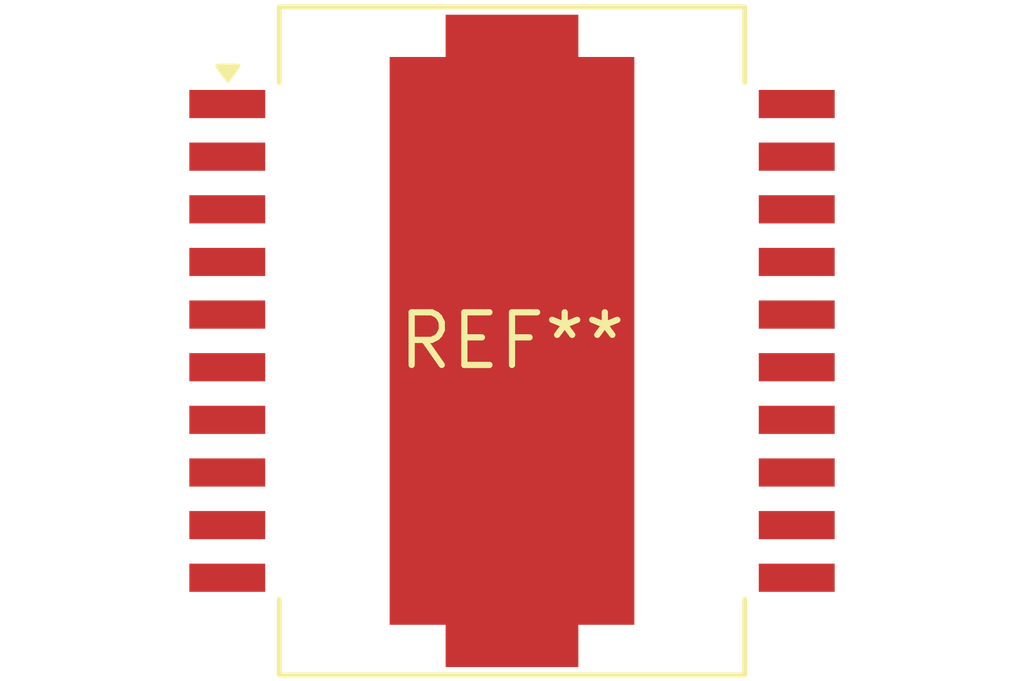
<source format=kicad_pcb>
(kicad_pcb (version 20240108) (generator pcbnew)
  (layers (0 "F.Cu" signal) (31 "B.Cu" signal) (34 "B.Paste" user) (35 "F.Paste" user) (36 "B.SilkS" user "B.Silkscreen") (37 "F.SilkS" user "F.Silkscreen") (38 "B.Mask" user) (39 "F.Mask" user) (44 "Edge.Cuts" user))
  (net 0 "")
  (footprint "Infineon_PG-DSO-20-85" (layer "F.Cu") (at 0 0)
    (property "Reference" "REF**")
    (property "Value" "Infineon_PG-DSO-20-85")
    (fp_line (start -5.61 -8.06) (end 5.61 -8.06) (layer "F.SilkS") (stroke (width 0.12)))
    (fp_line (start -5.61 -6.235) (end -5.61 -8.06) (layer "F.SilkS") (stroke (width 0.12)))
    (fp_line (start -5.61 6.235) (end -5.61 8.06) (layer "F.SilkS") (stroke (width 0.12)))
    (fp_line (start 5.61 -6.235) (end 5.61 -8.06) (layer "F.SilkS") (stroke (width 0.12)))
    (fp_line (start 5.61 6.235) (end 5.61 8.06) (layer "F.SilkS") (stroke (width 0.12)))
    (fp_line (start 5.61 8.06) (end -5.61 8.06) (layer "F.SilkS") (stroke (width 0.12)))
    (fp_poly (pts (xy -6.85 -6.3) (xy -7.09 -6.63) (xy -6.61 -6.63) (xy -6.85 -6.3)) (layer "F.SilkS") (stroke (width 0.12)) (fill solid))
    (pad "1" smd rect (at -6.865 -5.715) (size 1.83 0.68) (layers "F.Cu" "F.Paste" "F.Mask"))
    (pad "2" smd rect (at -6.865 -4.445) (size 1.83 0.68) (layers "F.Cu" "F.Paste" "F.Mask"))
    (pad "3" smd rect (at -6.865 -3.175) (size 1.83 0.68) (layers "F.Cu" "F.Paste" "F.Mask"))
    (pad "4" smd rect (at -6.865 -1.905) (size 1.83 0.68) (layers "F.Cu" "F.Paste" "F.Mask"))
    (pad "5" smd rect (at -6.865 -0.635) (size 1.83 0.68) (layers "F.Cu" "F.Paste" "F.Mask"))
    (pad "6" smd rect (at -6.865 0.635) (size 1.83 0.68) (layers "F.Cu" "F.Paste" "F.Mask"))
    (pad "7" smd rect (at -6.865 1.905) (size 1.83 0.68) (layers "F.Cu" "F.Paste" "F.Mask"))
    (pad "8" smd rect (at -6.865 3.175) (size 1.83 0.68) (layers "F.Cu" "F.Paste" "F.Mask"))
    (pad "9" smd rect (at -6.865 4.445) (size 1.83 0.68) (layers "F.Cu" "F.Paste" "F.Mask"))
    (pad "10" smd rect (at -6.865 5.715) (size 1.83 0.68) (layers "F.Cu" "F.Paste" "F.Mask"))
    (pad "11" smd rect (at 6.865 5.715) (size 1.83 0.68) (layers "F.Cu" "F.Paste" "F.Mask"))
    (pad "12" smd rect (at 6.865 4.445) (size 1.83 0.68) (layers "F.Cu" "F.Paste" "F.Mask"))
    (pad "13" smd rect (at 6.865 3.175) (size 1.83 0.68) (layers "F.Cu" "F.Paste" "F.Mask"))
    (pad "14" smd rect (at 6.865 1.905) (size 1.83 0.68) (layers "F.Cu" "F.Paste" "F.Mask"))
    (pad "15" smd rect (at 6.865 0.635) (size 1.83 0.68) (layers "F.Cu" "F.Paste" "F.Mask"))
    (pad "16" smd rect (at 6.865 -0.635) (size 1.83 0.68) (layers "F.Cu" "F.Paste" "F.Mask"))
    (pad "17" smd rect (at 6.865 -1.905) (size 1.83 0.68) (layers "F.Cu" "F.Paste" "F.Mask"))
    (pad "18" smd rect (at 6.865 -3.175) (size 1.83 0.68) (layers "F.Cu" "F.Paste" "F.Mask"))
    (pad "19" smd rect (at 6.865 -4.445) (size 1.83 0.68) (layers "F.Cu" "F.Paste" "F.Mask"))
    (pad "20" smd rect (at 6.865 -5.715) (size 1.83 0.68) (layers "F.Cu" "F.Paste" "F.Mask"))
    (pad "21" smd custom (at 0 0) (size 5.9 13.7) (layers "F.Cu" "F.Mask") (options (clearance outline) (anchor rect)) (primitives (gr_poly (pts (xy 1.6 7.87) (xy -1.6 7.87) (xy -1.6 -7.87) (xy 1.6 -7.87)) (width 0) (fill yes))))
  )
)
</source>
